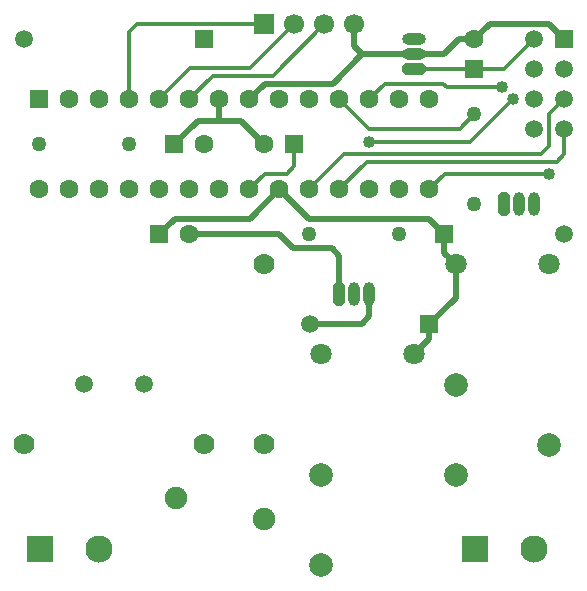
<source format=gbr>
G04 DipTrace 3.0.0.1*
G04 Top.gbr*
%MOIN*%
G04 #@! TF.FileFunction,Copper,L1,Top*
G04 #@! TF.Part,Single*
%AMOUTLINE0*
4,1,8,
-0.019685,-0.029528,
-0.009843,-0.03937,
0.009843,-0.03937,
0.019685,-0.029528,
0.019685,0.029528,
0.009843,0.03937,
-0.009843,0.03937,
-0.019685,0.029528,
-0.019685,-0.029528,
0*%
%AMOUTLINE3*
4,1,8,
0.029528,-0.019685,
0.03937,-0.009843,
0.03937,0.009843,
0.029528,0.019685,
-0.029528,0.019685,
-0.03937,0.009843,
-0.03937,-0.009843,
-0.029528,-0.019685,
0.029528,-0.019685,
0*%
G04 #@! TA.AperFunction,Conductor*
%ADD13C,0.019685*%
%ADD16C,0.012992*%
G04 #@! TA.AperFunction,ComponentPad*
%ADD18R,0.062992X0.062992*%
%ADD19C,0.062992*%
%ADD20R,0.059055X0.059055*%
%ADD21C,0.059055*%
%ADD22C,0.090551*%
%ADD23R,0.090551X0.090551*%
%ADD24C,0.070866*%
%ADD25C,0.07874*%
%ADD26O,0.03937X0.07874*%
%ADD27C,0.05*%
%ADD28C,0.05*%
%ADD29C,0.07*%
%ADD30C,0.07*%
%ADD31O,0.07874X0.03937*%
%ADD32C,0.074803*%
%ADD33R,0.066929X0.066929*%
%ADD34C,0.066929*%
G04 #@! TA.AperFunction,ViaPad*
%ADD35C,0.04*%
G04 #@! TA.AperFunction,ComponentPad*
%ADD78OUTLINE0*%
%ADD81OUTLINE3*%
%FSLAX26Y26*%
G04*
G70*
G90*
G75*
G01*
G04 Top*
%LPD*%
X1243701Y2043701D2*
D13*
X1294685Y2094685D1*
X1520669D1*
X1619685Y2193701D1*
X1793701D1*
X1619685D2*
X1593701Y2219685D1*
Y2293701D1*
X1993701Y2243701D2*
X2044685Y2294685D1*
X2242717D1*
X2293701Y2243701D1*
X1793701Y2193701D2*
X1891732D1*
X1941732Y2243701D1*
X1993701D1*
X1043701Y1593701D2*
X1343701D1*
X1389213Y1548189D1*
X1517717D1*
X1543701Y1522205D1*
Y1393701D1*
X1446063Y1293701D2*
X1617717D1*
X1643701Y1319685D1*
Y1393701D1*
X1243701Y1743701D2*
D16*
X1294685Y1794685D1*
X1367717D1*
X1393701Y1820669D1*
Y1893701D1*
X1543701Y2043701D2*
X1642717Y1944685D1*
X1944685D1*
X1993701Y1993701D1*
X2084173Y2083189D2*
X1900433D1*
X1888937Y2094685D1*
X1694685D1*
X1643701Y2043701D1*
X843701D2*
Y2267717D1*
X869685Y2293701D1*
X1293701D1*
X943701Y2043701D2*
X1046654Y2146654D1*
X1246654D1*
X1393701Y2293701D1*
X1043701Y2043701D2*
X1120669Y2120669D1*
X1320669D1*
X1493701Y2293701D1*
X2242717Y1794685D2*
X1894685D1*
X1843701Y1743701D1*
X2123661Y2043701D2*
X1979606Y1899646D1*
X1643701D1*
X2293701Y1943701D2*
Y1860157D1*
X2267717Y1834173D1*
X1634173D1*
X1543701Y1743701D1*
X1443701D2*
X1560157Y1860157D1*
X2216732D1*
X2242717Y1886142D1*
Y1992717D1*
X2293701Y2043701D1*
X1793701Y2143701D2*
X1894685D1*
X1993701D1*
X2093701D1*
X2193701Y2243701D1*
X1893701Y1593701D2*
D13*
X1842717Y1644685D1*
X1442717D1*
X1343701Y1743701D1*
X993701Y1893701D2*
X1070669Y1970669D1*
X1143697D1*
X1216732D1*
X1293701Y1893701D1*
X1143697Y1970669D2*
X1143701Y2043701D1*
X1343701Y1743701D2*
X1244685Y1644685D1*
X994685D1*
X943701Y1593701D1*
X1893701D2*
Y1531890D1*
X1931890Y1493701D1*
Y1381890D1*
X1843701Y1293701D1*
Y1243701D1*
X1793701Y1193701D1*
D35*
X2084173Y2083189D3*
X2242717Y1794685D3*
X1643701Y1899646D3*
X2123661Y2043701D3*
D18*
X943701Y1593701D3*
D19*
X1043701D3*
X1093701Y1893701D3*
D18*
X993701D3*
X1993701Y2143701D3*
D19*
Y2243701D3*
X1293701Y1893701D3*
D18*
X1393701D3*
D20*
X1893701Y1593701D3*
D21*
X2291339D3*
D20*
X1843701Y1293701D3*
D21*
X1446063D3*
D20*
X1093701Y2243701D3*
D21*
X693701Y1093701D3*
X893701D3*
X493701Y2243701D3*
D22*
X743701Y543701D3*
D23*
X546850D3*
D22*
X2193701D3*
D23*
X1996850D3*
D24*
X1793701Y1193701D3*
X1481890D3*
D25*
Y790551D3*
Y490551D3*
D24*
X2243701Y1493701D3*
X1931890D3*
D25*
Y1090551D3*
Y790551D3*
X2243701Y890551D3*
D78*
X2093701Y1693701D3*
D26*
X2143701D3*
X2193701D3*
D78*
X1543701Y1393701D3*
D26*
X1593701D3*
X1643701D3*
D27*
X1743701Y1593701D3*
D28*
X1443701D3*
D27*
X1993701Y1693701D3*
D28*
Y1993701D3*
D27*
X543701Y1893701D3*
D28*
X843701D3*
D20*
X2293701Y2243701D3*
D21*
X2193701D3*
X2293701Y2143701D3*
X2193701D3*
X2293701Y2043701D3*
X2193701D3*
X2293701Y1943701D3*
X2193701D3*
D29*
X493701Y893701D3*
D30*
X1093701D3*
D29*
X1293701D3*
D30*
Y1493701D3*
D18*
X543701Y2043701D3*
D19*
X643701D3*
X743701D3*
X843701D3*
X943701D3*
X1043701D3*
X1143701D3*
X1243701D3*
X1343701D3*
X1443701D3*
X1543701D3*
X1643701D3*
X1743701D3*
X1843701D3*
Y1743701D3*
X1743701D3*
X1643701D3*
X1543701D3*
X1443701D3*
X1343701D3*
X1243701D3*
X1143701D3*
X1043701D3*
X943701D3*
X843701D3*
X743701D3*
X643701D3*
X543701D3*
D81*
X1793701Y2143701D3*
D31*
Y2193701D3*
Y2243701D3*
D32*
X1293701Y643701D3*
X998425Y714567D3*
D33*
X1293701Y2293701D3*
D34*
X1393701D3*
X1493701D3*
X1593701D3*
M02*

</source>
